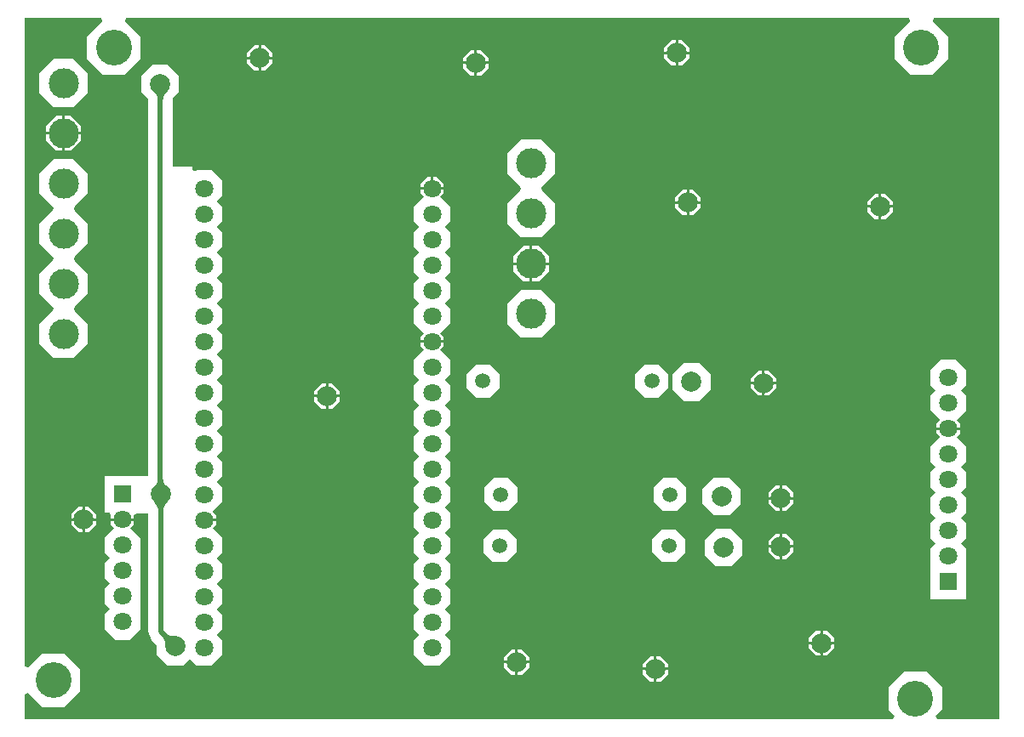
<source format=gtl>
G04*
G04 #@! TF.GenerationSoftware,Altium Limited,Altium Designer,25.3.3 (18)*
G04*
G04 Layer_Physical_Order=1*
G04 Layer_Color=255*
%FSLAX44Y44*%
%MOMM*%
G71*
G04*
G04 #@! TF.SameCoordinates,66C2ACA9-6224-4F19-AAD4-62AA9E2CECE1*
G04*
G04*
G04 #@! TF.FilePolarity,Positive*
G04*
G01*
G75*
%ADD18C,0.5080*%
%ADD19C,0.3810*%
%ADD20C,1.8000*%
%ADD21C,1.5000*%
%ADD22C,3.5560*%
%ADD23R,1.8000X1.8000*%
%ADD24C,2.0000*%
%ADD25C,3.0000*%
G36*
X981003Y10997D02*
X918692D01*
X917234Y14517D01*
X923670Y20953D01*
Y43047D01*
X908047Y58670D01*
X885953D01*
X870330Y43047D01*
Y20953D01*
X876766Y14517D01*
X875308Y10997D01*
X10997D01*
Y35898D01*
X14807Y37476D01*
X28953Y23330D01*
X51047D01*
X66670Y38953D01*
Y61047D01*
X51047Y76670D01*
X28953D01*
X14807Y62524D01*
X10997Y64102D01*
Y710003D01*
X87801D01*
X88476Y706193D01*
X73330Y691047D01*
Y668953D01*
X88953Y653330D01*
X111047D01*
X126670Y668953D01*
Y691047D01*
X111524Y706193D01*
X112199Y710003D01*
X890801D01*
X891476Y706193D01*
X876330Y691047D01*
Y668953D01*
X891953Y653330D01*
X914047D01*
X929670Y668953D01*
Y691047D01*
X914524Y706193D01*
X915199Y710003D01*
X981003D01*
X981003Y10997D01*
D02*
G37*
%LPC*%
G36*
X665194Y687540D02*
X661270D01*
Y676270D01*
X672540D01*
Y680194D01*
X665194Y687540D01*
D02*
G37*
G36*
X658730D02*
X654806D01*
X647460Y680194D01*
Y676270D01*
X658730D01*
Y687540D01*
D02*
G37*
G36*
X250194Y682540D02*
X246270D01*
Y671270D01*
X257540D01*
Y675194D01*
X250194Y682540D01*
D02*
G37*
G36*
X243730D02*
X239806D01*
X232460Y675194D01*
Y671270D01*
X243730D01*
Y682540D01*
D02*
G37*
G36*
X465194Y677540D02*
X461270D01*
Y666270D01*
X472540D01*
Y670194D01*
X465194Y677540D01*
D02*
G37*
G36*
X458730D02*
X454806D01*
X447460Y670194D01*
Y666270D01*
X458730D01*
Y677540D01*
D02*
G37*
G36*
X672540Y673730D02*
X661270D01*
Y662460D01*
X665194D01*
X672540Y669806D01*
Y673730D01*
D02*
G37*
G36*
X658730D02*
X647460D01*
Y669806D01*
X654806Y662460D01*
X658730D01*
Y673730D01*
D02*
G37*
G36*
X257540Y668730D02*
X246270D01*
Y657460D01*
X250194D01*
X257540Y664806D01*
Y668730D01*
D02*
G37*
G36*
X243730D02*
X232460D01*
Y664806D01*
X239806Y657460D01*
X243730D01*
Y668730D01*
D02*
G37*
G36*
X472540Y663730D02*
X461270D01*
Y652460D01*
X465194D01*
X472540Y659806D01*
Y663730D01*
D02*
G37*
G36*
X458730D02*
X447460D01*
Y659806D01*
X454806Y652460D01*
X458730D01*
Y663730D01*
D02*
G37*
G36*
X59896Y668890D02*
X40104D01*
X26110Y654895D01*
Y635104D01*
X40104Y621110D01*
X59896D01*
X73890Y635104D01*
Y654895D01*
X59896Y668890D01*
D02*
G37*
G36*
X57265Y612540D02*
X51270D01*
Y596270D01*
X67540D01*
Y602265D01*
X57265Y612540D01*
D02*
G37*
G36*
X48730D02*
X42735D01*
X32460Y602265D01*
Y596270D01*
X48730D01*
Y612540D01*
D02*
G37*
G36*
X67540Y593730D02*
X51270D01*
Y577460D01*
X57265D01*
X67540Y587735D01*
Y593730D01*
D02*
G37*
G36*
X48730D02*
X32460D01*
Y587735D01*
X42735Y577460D01*
X48730D01*
Y593730D01*
D02*
G37*
G36*
X421280Y551540D02*
X417770D01*
Y541270D01*
X428040D01*
Y544780D01*
X421280Y551540D01*
D02*
G37*
G36*
X415230D02*
X411720D01*
X404960Y544780D01*
Y541270D01*
X415230D01*
Y551540D01*
D02*
G37*
G36*
X676194Y538540D02*
X672270D01*
Y527270D01*
X683540D01*
Y531194D01*
X676194Y538540D01*
D02*
G37*
G36*
X669730D02*
X665806D01*
X658460Y531194D01*
Y527270D01*
X669730D01*
Y538540D01*
D02*
G37*
G36*
X867194Y534540D02*
X863270D01*
Y523270D01*
X874540D01*
Y527194D01*
X867194Y534540D01*
D02*
G37*
G36*
X860730D02*
X856806D01*
X849460Y527194D01*
Y523270D01*
X860730D01*
Y534540D01*
D02*
G37*
G36*
X683540Y524730D02*
X672270D01*
Y513460D01*
X676194D01*
X683540Y520806D01*
Y524730D01*
D02*
G37*
G36*
X669730D02*
X658460D01*
Y520806D01*
X665806Y513460D01*
X669730D01*
Y524730D01*
D02*
G37*
G36*
X874540Y520730D02*
X863270D01*
Y509460D01*
X867194D01*
X874540Y516806D01*
Y520730D01*
D02*
G37*
G36*
X860730D02*
X849460D01*
Y516806D01*
X856806Y509460D01*
X860730D01*
Y520730D01*
D02*
G37*
G36*
X524896Y588890D02*
X505104D01*
X491110Y574896D01*
Y555104D01*
X503980Y542234D01*
X504731Y540000D01*
X503980Y537766D01*
X491110Y524896D01*
Y505104D01*
X505104Y491110D01*
X524896D01*
X538890Y505104D01*
Y524896D01*
X526020Y537766D01*
X525269Y540000D01*
X526020Y542234D01*
X538890Y555104D01*
Y574896D01*
X524896Y588890D01*
D02*
G37*
G36*
X522265Y482540D02*
X516270D01*
Y466270D01*
X532540D01*
Y472265D01*
X522265Y482540D01*
D02*
G37*
G36*
X513730D02*
X507735D01*
X497460Y472265D01*
Y466270D01*
X513730D01*
Y482540D01*
D02*
G37*
G36*
X532540Y463730D02*
X516270D01*
Y447460D01*
X522265D01*
X532540Y457735D01*
Y463730D01*
D02*
G37*
G36*
X513730D02*
X497460D01*
Y457735D01*
X507735Y447460D01*
X513730D01*
Y463730D01*
D02*
G37*
G36*
X524896Y438890D02*
X505104D01*
X491110Y424896D01*
Y405104D01*
X505104Y391110D01*
X524896D01*
X538890Y405104D01*
Y424896D01*
X524896Y438890D01*
D02*
G37*
G36*
X428040Y538730D02*
X404960D01*
Y535220D01*
X408390Y531790D01*
X398610Y522010D01*
Y507190D01*
X403900Y501900D01*
X398610Y496610D01*
Y481790D01*
X403900Y476500D01*
X398610Y471210D01*
Y456390D01*
X403900Y451100D01*
X398610Y445810D01*
Y430990D01*
X403900Y425700D01*
X398610Y420410D01*
Y405590D01*
X408390Y395810D01*
X404960Y392380D01*
Y388870D01*
X428040D01*
Y392380D01*
X424610Y395810D01*
X434390Y405590D01*
Y420410D01*
X429100Y425700D01*
X434390Y430990D01*
Y445810D01*
X429100Y451100D01*
X434390Y456390D01*
Y471210D01*
X429100Y476500D01*
X434390Y481790D01*
Y496610D01*
X429100Y501900D01*
X434390Y507190D01*
Y522010D01*
X424610Y531790D01*
X428040Y535220D01*
Y538730D01*
D02*
G37*
G36*
X59896Y568890D02*
X40104D01*
X26110Y554896D01*
Y535104D01*
X38980Y522234D01*
X39731Y520000D01*
X38980Y517766D01*
X26110Y504896D01*
Y485104D01*
X38980Y472234D01*
X39731Y470000D01*
X38980Y467766D01*
X26110Y454896D01*
Y435104D01*
X38980Y422234D01*
X39731Y420000D01*
X38980Y417766D01*
X26110Y404896D01*
Y385104D01*
X40104Y371110D01*
X59896D01*
X73890Y385104D01*
Y404896D01*
X61020Y417766D01*
X60269Y420000D01*
X61020Y422234D01*
X73890Y435104D01*
Y454896D01*
X61020Y467766D01*
X60269Y470000D01*
X61020Y472234D01*
X73890Y485104D01*
Y504896D01*
X61020Y517766D01*
X60269Y520000D01*
X61020Y522234D01*
X73890Y535104D01*
Y554896D01*
X59896Y568890D01*
D02*
G37*
G36*
X751194Y358540D02*
X747270D01*
Y347270D01*
X758540D01*
Y351194D01*
X751194Y358540D01*
D02*
G37*
G36*
X744730D02*
X740806D01*
X733460Y351194D01*
Y347270D01*
X744730D01*
Y358540D01*
D02*
G37*
G36*
X317194Y345790D02*
X313270D01*
Y334520D01*
X324540D01*
Y338444D01*
X317194Y345790D01*
D02*
G37*
G36*
X310730D02*
X306806D01*
X299460Y338444D01*
Y334520D01*
X310730D01*
Y345790D01*
D02*
G37*
G36*
X758540Y344730D02*
X747270D01*
Y333460D01*
X751194D01*
X758540Y340806D01*
Y344730D01*
D02*
G37*
G36*
X744730D02*
X733460D01*
Y340806D01*
X740806Y333460D01*
X744730D01*
Y344730D01*
D02*
G37*
G36*
X641789Y364390D02*
X628211D01*
X618610Y354789D01*
Y341211D01*
X628211Y331610D01*
X641789D01*
X651390Y341211D01*
Y354789D01*
X641789Y364390D01*
D02*
G37*
G36*
X473789D02*
X460211D01*
X450610Y354789D01*
Y341211D01*
X460211Y331610D01*
X473789D01*
X483390Y341211D01*
Y354789D01*
X473789Y364390D01*
D02*
G37*
G36*
X682325Y366140D02*
X666675D01*
X655610Y355075D01*
Y339426D01*
X666675Y328360D01*
X682325D01*
X693390Y339426D01*
Y355075D01*
X682325Y366140D01*
D02*
G37*
G36*
X324540Y331980D02*
X313270D01*
Y320710D01*
X317194D01*
X324540Y328056D01*
Y331980D01*
D02*
G37*
G36*
X310730D02*
X299460D01*
Y328056D01*
X306806Y320710D01*
X310730D01*
Y331980D01*
D02*
G37*
G36*
X937410Y369490D02*
X922590D01*
X912110Y359010D01*
Y344190D01*
X917400Y338900D01*
X912110Y333610D01*
Y318790D01*
X921890Y309010D01*
X918460Y305580D01*
Y302070D01*
X930000D01*
X941540D01*
Y305580D01*
X938110Y309010D01*
X947890Y318790D01*
Y333610D01*
X942600Y338900D01*
X947890Y344190D01*
Y359010D01*
X937410Y369490D01*
D02*
G37*
G36*
X153825Y662890D02*
X138175D01*
X127110Y651824D01*
Y636175D01*
X133928Y629357D01*
Y253746D01*
X123444D01*
Y253746D01*
X122935Y253230D01*
X90610D01*
Y217450D01*
X95829D01*
X96960Y214720D01*
Y211210D01*
X108500D01*
X120040D01*
Y214720D01*
X120328Y215416D01*
X123952Y215900D01*
X123952Y215900D01*
X123952Y215900D01*
X134228D01*
Y98510D01*
X137852Y89762D01*
X142400Y85214D01*
Y75995D01*
X153465Y64930D01*
X169114D01*
X175842Y71658D01*
X182590Y64910D01*
X197410D01*
X207890Y75390D01*
Y90210D01*
X202600Y95500D01*
X207890Y100790D01*
Y115610D01*
X202600Y120900D01*
X207890Y126190D01*
Y141010D01*
X202600Y146300D01*
X207890Y151590D01*
Y166410D01*
X202600Y171700D01*
X207890Y176990D01*
Y191810D01*
X198110Y201590D01*
X201540Y205020D01*
Y208530D01*
X190000D01*
Y211070D01*
X201540D01*
Y214580D01*
X198110Y218010D01*
X207890Y227790D01*
Y242610D01*
X202600Y247900D01*
X207890Y253190D01*
Y268010D01*
X202600Y273300D01*
X207890Y278590D01*
Y293410D01*
X202600Y298700D01*
X207890Y303990D01*
Y318810D01*
X202600Y324100D01*
X207890Y329390D01*
Y344210D01*
X202600Y349500D01*
X207890Y354790D01*
Y369610D01*
X202600Y374900D01*
X207890Y380190D01*
Y395010D01*
X202600Y400300D01*
X207890Y405590D01*
Y420410D01*
X202600Y425700D01*
X207890Y430990D01*
Y445810D01*
X202600Y451100D01*
X207890Y456390D01*
Y471210D01*
X202600Y476500D01*
X207890Y481790D01*
Y496610D01*
X202600Y501900D01*
X207890Y507190D01*
Y522010D01*
X202600Y527300D01*
X207890Y532590D01*
Y547410D01*
X197410Y557890D01*
X182590D01*
X181320Y556620D01*
X177800Y558078D01*
Y561340D01*
X158672D01*
Y629957D01*
X164890Y636175D01*
Y651824D01*
X153825Y662890D01*
D02*
G37*
G36*
X768694Y243790D02*
X764770D01*
Y232520D01*
X776040D01*
Y236444D01*
X768694Y243790D01*
D02*
G37*
G36*
X762230D02*
X758306D01*
X750960Y236444D01*
Y232520D01*
X762230D01*
Y243790D01*
D02*
G37*
G36*
X776040Y229980D02*
X764770D01*
Y218710D01*
X768694D01*
X776040Y226056D01*
Y229980D01*
D02*
G37*
G36*
X762230D02*
X750960D01*
Y226056D01*
X758306Y218710D01*
X762230D01*
Y229980D01*
D02*
G37*
G36*
X659789Y251390D02*
X646211D01*
X636610Y241789D01*
Y228211D01*
X646211Y218610D01*
X659789D01*
X669390Y228211D01*
Y241789D01*
X659789Y251390D01*
D02*
G37*
G36*
X491789D02*
X478211D01*
X468610Y241789D01*
Y228211D01*
X478211Y218610D01*
X491789D01*
X501390Y228211D01*
Y241789D01*
X491789Y251390D01*
D02*
G37*
G36*
X712325Y252140D02*
X696675D01*
X685610Y241075D01*
Y225425D01*
X696675Y214360D01*
X712325D01*
X723390Y225425D01*
Y241075D01*
X712325Y252140D01*
D02*
G37*
G36*
X75194Y222540D02*
X71270D01*
Y211270D01*
X82540D01*
Y215194D01*
X75194Y222540D01*
D02*
G37*
G36*
X68730D02*
X64806D01*
X57460Y215194D01*
Y211270D01*
X68730D01*
Y222540D01*
D02*
G37*
G36*
X82540Y208730D02*
X71270D01*
Y197460D01*
X75194D01*
X82540Y204806D01*
Y208730D01*
D02*
G37*
G36*
X68730D02*
X57460D01*
Y204806D01*
X64806Y197460D01*
X68730D01*
Y208730D01*
D02*
G37*
G36*
X768694Y195790D02*
X764770D01*
Y184520D01*
X776040D01*
Y188444D01*
X768694Y195790D01*
D02*
G37*
G36*
X762230D02*
X758306D01*
X750960Y188444D01*
Y184520D01*
X762230D01*
Y195790D01*
D02*
G37*
G36*
X776040Y181980D02*
X764770D01*
Y170710D01*
X768694D01*
X776040Y178056D01*
Y181980D01*
D02*
G37*
G36*
X762230D02*
X750960D01*
Y178056D01*
X758306Y170710D01*
X762230D01*
Y181980D01*
D02*
G37*
G36*
X658789Y200390D02*
X645211D01*
X635610Y190789D01*
Y177211D01*
X645211Y167610D01*
X658789D01*
X668390Y177211D01*
Y190789D01*
X658789Y200390D01*
D02*
G37*
G36*
X490789D02*
X477211D01*
X467610Y190789D01*
Y177211D01*
X477211Y167610D01*
X490789D01*
X500390Y177211D01*
Y190789D01*
X490789Y200390D01*
D02*
G37*
G36*
X714324Y201140D02*
X698676D01*
X687610Y190075D01*
Y174426D01*
X698676Y163360D01*
X714324D01*
X725390Y174426D01*
Y190075D01*
X714324Y201140D01*
D02*
G37*
G36*
X941540Y299530D02*
X930000D01*
X918460D01*
Y296020D01*
X921890Y292590D01*
X912110Y282810D01*
Y267990D01*
X917400Y262700D01*
X912110Y257410D01*
Y242590D01*
X917400Y237300D01*
X912110Y232010D01*
Y217190D01*
X917400Y211900D01*
X912110Y206610D01*
Y191790D01*
X917400Y186500D01*
X912110Y181210D01*
Y170100D01*
X912110Y166390D01*
X912110Y166290D01*
X912110Y166290D01*
Y130510D01*
X947890D01*
Y166290D01*
X947890Y166290D01*
X947890Y166390D01*
X947890Y170100D01*
Y181210D01*
X942600Y186500D01*
X947890Y191790D01*
Y206610D01*
X942600Y211900D01*
X947890Y217190D01*
Y232010D01*
X942600Y237300D01*
X947890Y242590D01*
Y257410D01*
X942600Y262700D01*
X947890Y267990D01*
Y282810D01*
X938110Y292590D01*
X941540Y296020D01*
Y299530D01*
D02*
G37*
G36*
X120040Y208670D02*
X108500D01*
X96960D01*
Y205160D01*
X100390Y201730D01*
X90610Y191950D01*
Y177130D01*
X95900Y171840D01*
X90610Y166550D01*
Y151730D01*
X95900Y146440D01*
X90610Y141150D01*
Y126330D01*
X95900Y121040D01*
X90610Y115750D01*
Y100930D01*
X101090Y90450D01*
X115910D01*
X126390Y100930D01*
Y115750D01*
Y178664D01*
Y191950D01*
X116610Y201730D01*
X120040Y205160D01*
Y208670D01*
D02*
G37*
G36*
X809194Y99540D02*
X805270D01*
Y88270D01*
X816540D01*
Y92194D01*
X809194Y99540D01*
D02*
G37*
G36*
X802730D02*
X798806D01*
X791460Y92194D01*
Y88270D01*
X802730D01*
Y99540D01*
D02*
G37*
G36*
X816540Y85730D02*
X805270D01*
Y74460D01*
X809194D01*
X816540Y81806D01*
Y85730D01*
D02*
G37*
G36*
X802730D02*
X791460D01*
Y81806D01*
X798806Y74460D01*
X802730D01*
Y85730D01*
D02*
G37*
G36*
X505694Y80790D02*
X501770D01*
Y69520D01*
X513040D01*
Y73444D01*
X505694Y80790D01*
D02*
G37*
G36*
X499230D02*
X495306D01*
X487960Y73444D01*
Y69520D01*
X499230D01*
Y80790D01*
D02*
G37*
G36*
X428040Y386330D02*
X404960D01*
Y382820D01*
X408390Y379390D01*
X398610Y369610D01*
Y354790D01*
X403900Y349500D01*
X398610Y344210D01*
Y329390D01*
X403900Y324100D01*
X398610Y318810D01*
Y303990D01*
X403900Y298700D01*
X398610Y293410D01*
Y278590D01*
X403900Y273300D01*
X398610Y268010D01*
Y253190D01*
X403900Y247900D01*
X398610Y242610D01*
Y227790D01*
X403900Y222500D01*
X398610Y217210D01*
Y202390D01*
X403900Y197100D01*
X398610Y191810D01*
Y176990D01*
X403900Y171700D01*
X398610Y166410D01*
Y151590D01*
X403900Y146300D01*
X398610Y141010D01*
Y126190D01*
X403900Y120900D01*
X398610Y115610D01*
Y100790D01*
X403900Y95500D01*
X398610Y90210D01*
Y75390D01*
X409090Y64910D01*
X423910D01*
X434390Y75390D01*
Y90210D01*
X429100Y95500D01*
X434390Y100790D01*
Y115610D01*
X429100Y120900D01*
X434390Y126190D01*
Y141010D01*
X429100Y146300D01*
X434390Y151590D01*
Y166410D01*
X429100Y171700D01*
X434390Y176990D01*
Y191810D01*
X429100Y197100D01*
X434390Y202390D01*
Y217210D01*
X429100Y222500D01*
X434390Y227790D01*
Y242610D01*
X429100Y247900D01*
X434390Y253190D01*
Y268010D01*
X429100Y273300D01*
X434390Y278590D01*
Y293410D01*
X429100Y298700D01*
X434390Y303990D01*
Y318810D01*
X429100Y324100D01*
X434390Y329390D01*
Y344210D01*
X429100Y349500D01*
X434390Y354790D01*
Y369610D01*
X424610Y379390D01*
X428040Y382820D01*
Y386330D01*
D02*
G37*
G36*
X643694Y73790D02*
X639770D01*
Y62520D01*
X651040D01*
Y66444D01*
X643694Y73790D01*
D02*
G37*
G36*
X637230D02*
X633306D01*
X625960Y66444D01*
Y62520D01*
X637230D01*
Y73790D01*
D02*
G37*
G36*
X513040Y66980D02*
X501770D01*
Y55710D01*
X505694D01*
X513040Y63056D01*
Y66980D01*
D02*
G37*
G36*
X499230D02*
X487960D01*
Y63056D01*
X495306Y55710D01*
X499230D01*
Y66980D01*
D02*
G37*
G36*
X651040Y59980D02*
X639770D01*
Y48710D01*
X643694D01*
X651040Y56056D01*
Y59980D01*
D02*
G37*
G36*
X637230D02*
X625960D01*
Y56056D01*
X633306Y48710D01*
X637230D01*
Y59980D01*
D02*
G37*
%LPD*%
G36*
X152381Y636166D02*
X150982Y634382D01*
X150414Y633502D01*
X149933Y632632D01*
X149539Y631770D01*
X149233Y630918D01*
X149015Y630074D01*
X148884Y629238D01*
X148840Y628412D01*
X143760Y628254D01*
X143715Y629095D01*
X143578Y629935D01*
X143351Y630776D01*
X143033Y631616D01*
X142624Y632456D01*
X142125Y633296D01*
X141534Y634135D01*
X140853Y634974D01*
X140080Y635813D01*
X139217Y636652D01*
X153211Y637072D01*
X152381Y636166D01*
D02*
G37*
G36*
X148885Y250245D02*
X149022Y249405D01*
X149249Y248564D01*
X149567Y247724D01*
X149976Y246884D01*
X150475Y246045D01*
X151066Y245205D01*
X151747Y244366D01*
X152520Y243527D01*
X153383Y242688D01*
X139389Y242268D01*
X140219Y243174D01*
X141618Y244958D01*
X142186Y245838D01*
X142667Y246708D01*
X143061Y247570D01*
X143367Y248422D01*
X143585Y249266D01*
X143716Y250102D01*
X143760Y250928D01*
X148840Y251086D01*
X148885Y250245D01*
D02*
G37*
G36*
X152753Y227326D02*
X151994Y226458D01*
X151325Y225595D01*
X150746Y224735D01*
X150255Y223880D01*
X149854Y223029D01*
X149541Y222183D01*
X149318Y221340D01*
X149185Y220502D01*
X149140Y219668D01*
X144060D01*
X144015Y220502D01*
X143882Y221340D01*
X143659Y222183D01*
X143346Y223029D01*
X142945Y223880D01*
X142454Y224735D01*
X141875Y225595D01*
X141206Y226458D01*
X140447Y227326D01*
X139600Y228199D01*
X153600D01*
X152753Y227326D01*
D02*
G37*
G36*
X152626Y96140D02*
X153313Y95642D01*
X154066Y95204D01*
X154886Y94826D01*
X155771Y94508D01*
X156723Y94250D01*
X157740Y94052D01*
X158824Y93915D01*
X159974Y93837D01*
X161190Y93820D01*
X151291Y83920D01*
X151273Y85136D01*
X151195Y86286D01*
X151058Y87370D01*
X150860Y88387D01*
X150602Y89339D01*
X150284Y90225D01*
X149906Y91044D01*
X149468Y91797D01*
X148970Y92485D01*
X148412Y93106D01*
X152004Y96698D01*
X152626Y96140D01*
D02*
G37*
D18*
X146600Y98510D02*
X161290Y83820D01*
X146600Y98510D02*
Y235340D01*
X146300Y235640D02*
X146600Y235340D01*
X146300Y235640D02*
Y643700D01*
X146000Y644000D02*
X146300Y643700D01*
D19*
X184637Y185810D02*
X185970D01*
D20*
X190000Y540000D02*
D03*
Y514600D02*
D03*
Y489200D02*
D03*
Y463800D02*
D03*
Y438400D02*
D03*
Y413000D02*
D03*
Y387600D02*
D03*
Y362200D02*
D03*
Y336800D02*
D03*
Y311400D02*
D03*
Y286000D02*
D03*
Y260600D02*
D03*
Y235200D02*
D03*
Y209800D02*
D03*
Y184400D02*
D03*
Y159000D02*
D03*
Y133600D02*
D03*
Y108200D02*
D03*
Y82800D02*
D03*
X416500D02*
D03*
Y108200D02*
D03*
Y133600D02*
D03*
Y159000D02*
D03*
Y184400D02*
D03*
Y209800D02*
D03*
Y235200D02*
D03*
Y260600D02*
D03*
Y286000D02*
D03*
Y311400D02*
D03*
Y336800D02*
D03*
Y362200D02*
D03*
Y387600D02*
D03*
Y413000D02*
D03*
Y438400D02*
D03*
Y463800D02*
D03*
Y489200D02*
D03*
Y514600D02*
D03*
Y540000D02*
D03*
X930000Y173800D02*
D03*
Y199200D02*
D03*
Y224600D02*
D03*
Y250000D02*
D03*
Y275400D02*
D03*
Y300800D02*
D03*
Y326200D02*
D03*
Y351600D02*
D03*
X108500Y209940D02*
D03*
Y184540D02*
D03*
Y159140D02*
D03*
Y133740D02*
D03*
Y108340D02*
D03*
D21*
X485000Y235000D02*
D03*
X653000D02*
D03*
X484000Y184000D02*
D03*
X652000D02*
D03*
X467000Y348000D02*
D03*
X635000D02*
D03*
D22*
X897000Y32000D02*
D03*
X40000Y50000D02*
D03*
X100000Y680000D02*
D03*
X903000D02*
D03*
D23*
X930000Y148400D02*
D03*
X108500Y235340D02*
D03*
D24*
X706500Y182250D02*
D03*
X746000Y346000D02*
D03*
X763500Y183250D02*
D03*
Y231250D02*
D03*
X674500Y347250D02*
D03*
X704500Y233250D02*
D03*
X804000Y87000D02*
D03*
X862000Y522000D02*
D03*
X671000Y526000D02*
D03*
X312000Y333250D02*
D03*
X70000Y210000D02*
D03*
X161290Y83820D02*
D03*
X146000Y644000D02*
D03*
X146600Y235340D02*
D03*
X460000Y665000D02*
D03*
X245000Y670000D02*
D03*
X500500Y68250D02*
D03*
X660000Y675000D02*
D03*
X638500Y61250D02*
D03*
D25*
X50000Y645000D02*
D03*
Y545000D02*
D03*
Y495000D02*
D03*
Y395000D02*
D03*
Y445000D02*
D03*
Y595000D02*
D03*
X515000Y565000D02*
D03*
Y515000D02*
D03*
Y465000D02*
D03*
Y415000D02*
D03*
M02*

</source>
